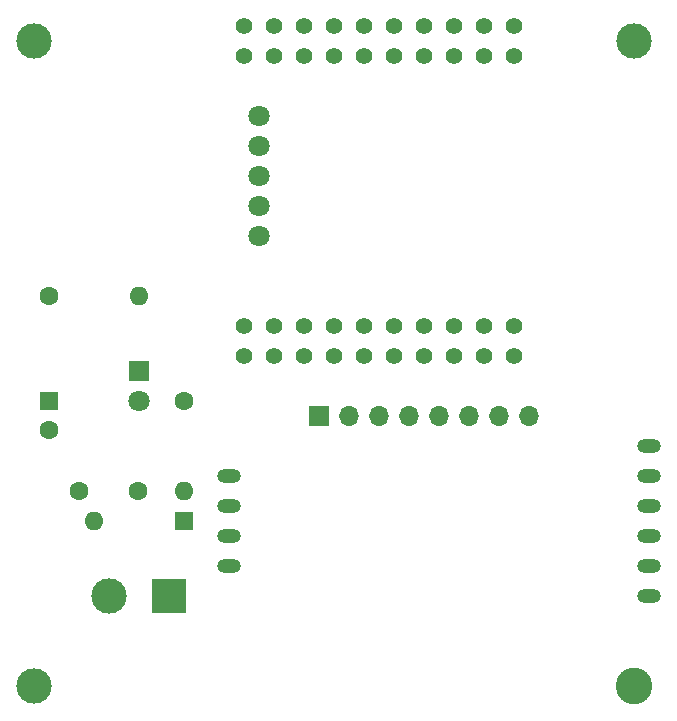
<source format=gbs>
G04 #@! TF.GenerationSoftware,KiCad,Pcbnew,(5.1.12)-1*
G04 #@! TF.CreationDate,2022-01-06T10:15:51+01:00*
G04 #@! TF.ProjectId,EmlaLockSafe_Controller_Board,456d6c61-4c6f-4636-9b53-6166655f436f,2.0*
G04 #@! TF.SameCoordinates,Original*
G04 #@! TF.FileFunction,Soldermask,Bot*
G04 #@! TF.FilePolarity,Negative*
%FSLAX46Y46*%
G04 Gerber Fmt 4.6, Leading zero omitted, Abs format (unit mm)*
G04 Created by KiCad (PCBNEW (5.1.12)-1) date 2022-01-06 10:15:51*
%MOMM*%
%LPD*%
G01*
G04 APERTURE LIST*
%ADD10C,1.800000*%
%ADD11C,3.000000*%
%ADD12C,1.400000*%
%ADD13C,3.100000*%
%ADD14O,2.000000X1.200000*%
%ADD15O,1.600000X1.600000*%
%ADD16C,1.600000*%
%ADD17O,1.700000X1.700000*%
%ADD18R,1.700000X1.700000*%
%ADD19R,1.800000X1.800000*%
%ADD20R,1.600000X1.600000*%
%ADD21R,3.000000X3.000000*%
G04 APERTURE END LIST*
D10*
X137160000Y-91440000D03*
X137160000Y-88900000D03*
X137160000Y-86360000D03*
X137160000Y-83820000D03*
X137160000Y-81280000D03*
D11*
X168910000Y-74930000D03*
D12*
X158750000Y-76200000D03*
X158750000Y-73660000D03*
X156210000Y-73660000D03*
X156210000Y-76200000D03*
X153670000Y-73660000D03*
X153670000Y-76200000D03*
X151130000Y-73660000D03*
X151130000Y-76200000D03*
X148590000Y-73660000D03*
X148590000Y-76200000D03*
X146050000Y-73660000D03*
X146050000Y-76200000D03*
X143510000Y-73660000D03*
X143510000Y-76200000D03*
X140970000Y-73660000D03*
X140970000Y-76200000D03*
X138430000Y-73660000D03*
X138430000Y-76200000D03*
X135890000Y-73660000D03*
X135890000Y-76200000D03*
X158750000Y-99060000D03*
X158750000Y-101600000D03*
X156210000Y-99060000D03*
X156210000Y-101600000D03*
X153670000Y-99060000D03*
X153670000Y-101600000D03*
X151130000Y-99060000D03*
X151130000Y-101600000D03*
X148590000Y-99060000D03*
X148590000Y-101600000D03*
X146050000Y-99060000D03*
X146050000Y-101600000D03*
X143510000Y-99060000D03*
X143510000Y-101600000D03*
X140970000Y-99060000D03*
X140970000Y-101600000D03*
X138430000Y-99060000D03*
X138430000Y-101600000D03*
X135890000Y-99060000D03*
X135890000Y-101600000D03*
D13*
X168910000Y-129540000D03*
D11*
X118110000Y-129540000D03*
X118110000Y-74930000D03*
D14*
X134620000Y-119380000D03*
X134620000Y-116840000D03*
X134620000Y-114300000D03*
X134620000Y-111760000D03*
X170180000Y-121920000D03*
X170180000Y-119380000D03*
X170180000Y-116840000D03*
X170180000Y-114300000D03*
X170180000Y-111760000D03*
X170180000Y-109220000D03*
D15*
X130810000Y-113030000D03*
D16*
X130810000Y-105410000D03*
D17*
X160020000Y-106680000D03*
X157480000Y-106680000D03*
X154940000Y-106680000D03*
X152400000Y-106680000D03*
X149860000Y-106680000D03*
X147320000Y-106680000D03*
X144780000Y-106680000D03*
D18*
X142240000Y-106680000D03*
D10*
X127000000Y-105410000D03*
D19*
X127000000Y-102870000D03*
D15*
X123190000Y-115570000D03*
D20*
X130810000Y-115570000D03*
D11*
X124460000Y-121920000D03*
D21*
X129540000Y-121920000D03*
D15*
X127000000Y-96520000D03*
D16*
X119380000Y-96520000D03*
X119380000Y-107910000D03*
D20*
X119380000Y-105410000D03*
D16*
X121920000Y-113030000D03*
X126920000Y-113030000D03*
M02*

</source>
